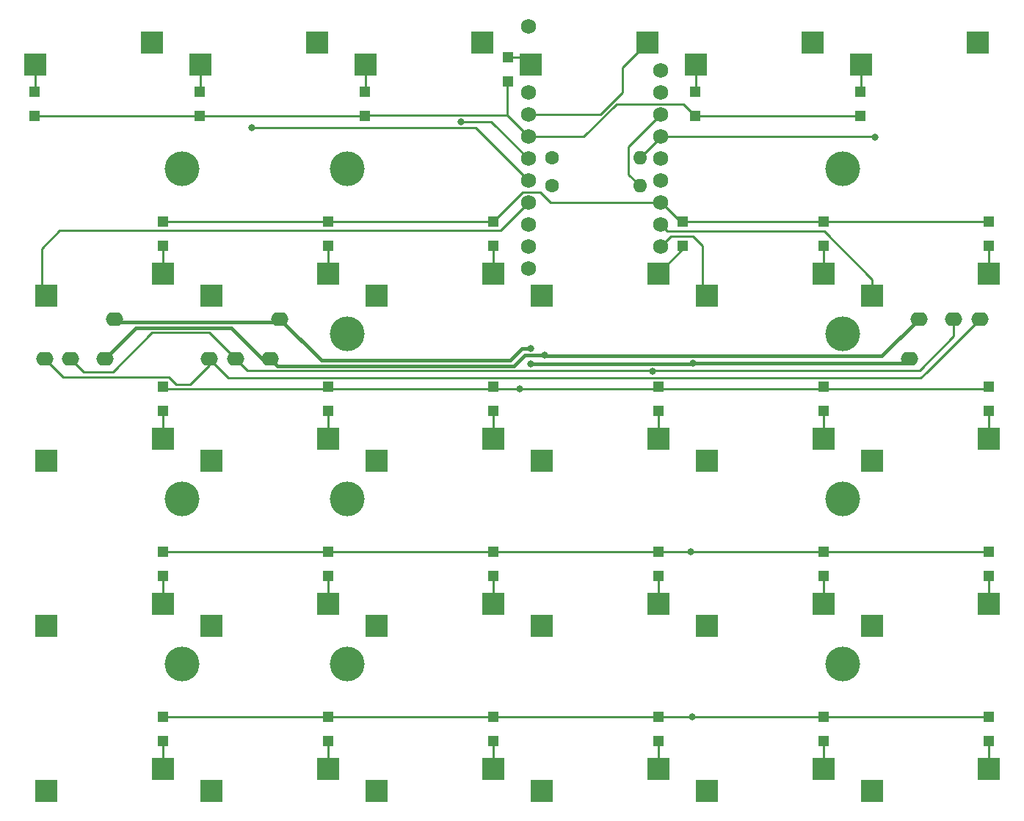
<source format=gbl>
%TF.GenerationSoftware,KiCad,Pcbnew,(5.1.10)-1*%
%TF.CreationDate,2022-04-05T14:22:13-05:00*%
%TF.ProjectId,graham cracker,67726168-616d-4206-9372-61636b65722e,rev?*%
%TF.SameCoordinates,Original*%
%TF.FileFunction,Copper,L2,Bot*%
%TF.FilePolarity,Positive*%
%FSLAX46Y46*%
G04 Gerber Fmt 4.6, Leading zero omitted, Abs format (unit mm)*
G04 Created by KiCad (PCBNEW (5.1.10)-1) date 2022-04-05 14:22:13*
%MOMM*%
%LPD*%
G01*
G04 APERTURE LIST*
%TA.AperFunction,SMDPad,CuDef*%
%ADD10R,1.200000X1.200000*%
%TD*%
%TA.AperFunction,SMDPad,CuDef*%
%ADD11R,2.550000X2.500000*%
%TD*%
%TA.AperFunction,ComponentPad*%
%ADD12O,2.000000X1.600000*%
%TD*%
%TA.AperFunction,ComponentPad*%
%ADD13C,4.000000*%
%TD*%
%TA.AperFunction,ComponentPad*%
%ADD14C,1.752600*%
%TD*%
%TA.AperFunction,ComponentPad*%
%ADD15O,1.600000X1.600000*%
%TD*%
%TA.AperFunction,ComponentPad*%
%ADD16C,1.600000*%
%TD*%
%TA.AperFunction,ViaPad*%
%ADD17C,0.800000*%
%TD*%
%TA.AperFunction,Conductor*%
%ADD18C,0.250000*%
%TD*%
%TA.AperFunction,Conductor*%
%ADD19C,0.400000*%
%TD*%
G04 APERTURE END LIST*
D10*
X145350000Y-55450000D03*
X145350000Y-52650000D03*
X164400000Y-55450000D03*
X164400000Y-52650000D03*
X179250000Y-124850000D03*
X179250000Y-127650000D03*
X160200000Y-124850000D03*
X160200000Y-127650000D03*
X141150000Y-124850000D03*
X141150000Y-127650000D03*
X122100000Y-124850000D03*
X122100000Y-127650000D03*
X103050000Y-124850000D03*
X103050000Y-127650000D03*
X84000000Y-124850000D03*
X84000000Y-127650000D03*
X179275000Y-105725000D03*
X179275000Y-108525000D03*
X160200000Y-105800000D03*
X160200000Y-108600000D03*
X141150000Y-105800000D03*
X141150000Y-108600000D03*
X122100000Y-105800000D03*
X122100000Y-108600000D03*
X103050000Y-105800000D03*
X103050000Y-108600000D03*
X84000000Y-105800000D03*
X84000000Y-108600000D03*
X179250000Y-86750000D03*
X179250000Y-89550000D03*
X160200000Y-86750000D03*
X160200000Y-89550000D03*
X141150000Y-86750000D03*
X141150000Y-89550000D03*
X122100000Y-86750000D03*
X122100000Y-89550000D03*
X103050000Y-86750000D03*
X103050000Y-89550000D03*
X84000000Y-86750000D03*
X84000000Y-89550000D03*
X179250000Y-67700000D03*
X179250000Y-70500000D03*
X160200000Y-67700000D03*
X160200000Y-70500000D03*
X143975000Y-67700000D03*
X143975000Y-70500000D03*
X122100000Y-67700000D03*
X122100000Y-70500000D03*
X103050000Y-67700000D03*
X103050000Y-70500000D03*
X84000000Y-67700000D03*
X84000000Y-70500000D03*
X123775000Y-51475000D03*
X123775000Y-48675000D03*
X107250000Y-55450000D03*
X107250000Y-52650000D03*
X88200000Y-55450000D03*
X88200000Y-52650000D03*
X69150000Y-55450000D03*
X69150000Y-52650000D03*
D11*
X84010000Y-73640000D03*
X70560000Y-76180000D03*
D12*
X92350000Y-83500000D03*
X89350000Y-83500000D03*
X96350000Y-83500000D03*
X97450000Y-78900000D03*
D13*
X86175000Y-61575000D03*
X86175000Y-118725000D03*
X105225000Y-61575000D03*
X86175000Y-99675000D03*
X162375000Y-118725000D03*
X162375000Y-99675000D03*
X105225000Y-118725000D03*
X105225000Y-99675000D03*
X162375000Y-61575000D03*
X105225000Y-80625000D03*
X162375000Y-80625000D03*
D12*
X73350000Y-83500000D03*
X70350000Y-83500000D03*
X77350000Y-83500000D03*
X78450000Y-78900000D03*
D11*
X145490000Y-49510000D03*
X158940000Y-46970000D03*
X177990000Y-46970000D03*
X164540000Y-49510000D03*
D14*
X141395000Y-50260000D03*
X141395000Y-52800000D03*
X141395000Y-55340000D03*
X141395000Y-57880000D03*
X141395000Y-60420000D03*
X141395000Y-62960000D03*
X141395000Y-65500000D03*
X141395000Y-68040000D03*
X141395000Y-70580000D03*
X126155000Y-73120000D03*
X126155000Y-70580000D03*
X126155000Y-68040000D03*
X126155000Y-65500000D03*
X126155000Y-62960000D03*
X126155000Y-60420000D03*
X126155000Y-57880000D03*
X126155000Y-55340000D03*
X126155000Y-52800000D03*
X126155000Y-45180000D03*
D15*
X139045000Y-60300000D03*
D16*
X128885000Y-60300000D03*
D15*
X139035000Y-63550000D03*
D16*
X128875000Y-63550000D03*
D12*
X175200000Y-78900000D03*
X178200000Y-78900000D03*
X171200000Y-78900000D03*
X170100000Y-83500000D03*
D11*
X179260000Y-111740000D03*
X165810000Y-114280000D03*
X84010000Y-111740000D03*
X70560000Y-114280000D03*
X179260000Y-130790000D03*
X165810000Y-133330000D03*
X160210000Y-130790000D03*
X146760000Y-133330000D03*
X141160000Y-130790000D03*
X127710000Y-133330000D03*
X122110000Y-130790000D03*
X108660000Y-133330000D03*
X103060000Y-130790000D03*
X89610000Y-133330000D03*
X84010000Y-130790000D03*
X70560000Y-133330000D03*
X160210000Y-111740000D03*
X146760000Y-114280000D03*
X141160000Y-111740000D03*
X127710000Y-114280000D03*
X122110000Y-111740000D03*
X108660000Y-114280000D03*
X103060000Y-111740000D03*
X89610000Y-114280000D03*
X179260000Y-92690000D03*
X165810000Y-95230000D03*
X160210000Y-92690000D03*
X146760000Y-95230000D03*
X141160000Y-92690000D03*
X127710000Y-95230000D03*
X122110000Y-92690000D03*
X108660000Y-95230000D03*
X103060000Y-92690000D03*
X89610000Y-95230000D03*
X84010000Y-92690000D03*
X70560000Y-95230000D03*
X165810000Y-76180000D03*
X179260000Y-73640000D03*
X160210000Y-73640000D03*
X146760000Y-76180000D03*
X141160000Y-73640000D03*
X127710000Y-76180000D03*
X122110000Y-73640000D03*
X108660000Y-76180000D03*
X103060000Y-73640000D03*
X89610000Y-76180000D03*
X126440000Y-49510000D03*
X139890000Y-46970000D03*
X107390000Y-49510000D03*
X120840000Y-46970000D03*
X88340000Y-49510000D03*
X101790000Y-46970000D03*
X69290000Y-49510000D03*
X82740000Y-46970000D03*
D17*
X125149989Y-86950011D03*
X144899997Y-105799997D03*
X145000000Y-124800000D03*
X82200000Y-47100000D03*
X70000000Y-76000000D03*
X70000000Y-95050000D03*
X70000000Y-114100000D03*
X70000000Y-133150000D03*
X89050000Y-76000000D03*
X89050000Y-95050000D03*
X89050000Y-114100000D03*
X89050000Y-133150000D03*
X94245500Y-56845498D03*
X101089516Y-47260484D03*
X108100000Y-76000000D03*
X108100000Y-95050000D03*
X108100000Y-114100000D03*
X120300000Y-47100000D03*
X108100000Y-133150000D03*
X118342285Y-56124979D03*
X127150000Y-76000000D03*
X127150000Y-95050000D03*
X127150000Y-114100000D03*
X127150000Y-133150000D03*
X146200000Y-76000000D03*
X146200000Y-95050000D03*
X158400000Y-47100000D03*
X146200000Y-133150000D03*
X146800010Y-114074998D03*
X165250000Y-76000000D03*
X165250000Y-95050000D03*
X165250000Y-114100000D03*
X177450000Y-47100000D03*
X165250000Y-133150000D03*
X140500000Y-84924989D03*
X127999996Y-83100000D03*
X166100010Y-57900000D03*
X126374990Y-84124979D03*
X126400014Y-82299990D03*
X145118785Y-84000010D03*
D18*
X164400000Y-55450000D02*
X145350000Y-55450000D01*
X69150000Y-55450000D02*
X107250000Y-55450000D01*
X123674977Y-55399977D02*
X126155000Y-57880000D01*
X107300023Y-55399977D02*
X123674977Y-55399977D01*
X107250000Y-55450000D02*
X107300023Y-55399977D01*
X123674977Y-51575023D02*
X123775000Y-51475000D01*
X123674977Y-55399977D02*
X123674977Y-51575023D01*
X144000000Y-54100000D02*
X145350000Y-55450000D01*
X136300000Y-54100000D02*
X144000000Y-54100000D01*
X132520000Y-57880000D02*
X136300000Y-54100000D01*
X126155000Y-57880000D02*
X132520000Y-57880000D01*
X69290000Y-52510000D02*
X69150000Y-52650000D01*
X69290000Y-49510000D02*
X69290000Y-52510000D01*
X88340000Y-52510000D02*
X88200000Y-52650000D01*
X88340000Y-49510000D02*
X88340000Y-52510000D01*
X107390000Y-52510000D02*
X107250000Y-52650000D01*
X107390000Y-49510000D02*
X107390000Y-52510000D01*
X125605000Y-48675000D02*
X126440000Y-49510000D01*
X123775000Y-48675000D02*
X125605000Y-48675000D01*
X145490000Y-52510000D02*
X145350000Y-52650000D01*
X145490000Y-49510000D02*
X145490000Y-52510000D01*
X164540000Y-52510000D02*
X164400000Y-52650000D01*
X164540000Y-49510000D02*
X164540000Y-52510000D01*
X143975000Y-67700000D02*
X160200000Y-67700000D01*
X160200000Y-67700000D02*
X179250000Y-67700000D01*
X105330609Y-67700000D02*
X122100000Y-67700000D01*
X84000000Y-67700000D02*
X105330609Y-67700000D01*
X141500000Y-65500000D02*
X141395000Y-65500000D01*
X143700000Y-67700000D02*
X141500000Y-65500000D01*
X143975000Y-67700000D02*
X143700000Y-67700000D01*
X125500000Y-64300000D02*
X122100000Y-67700000D01*
X125578375Y-64298699D02*
X125577074Y-64300000D01*
X126731625Y-64298699D02*
X125578375Y-64298699D01*
X126732926Y-64300000D02*
X126731625Y-64298699D01*
X127500000Y-64300000D02*
X126732926Y-64300000D01*
X128700000Y-65500000D02*
X127500000Y-64300000D01*
X125577074Y-64300000D02*
X125500000Y-64300000D01*
X141395000Y-65500000D02*
X128700000Y-65500000D01*
X84010000Y-70510000D02*
X84000000Y-70500000D01*
X84010000Y-73640000D02*
X84010000Y-70510000D01*
X103060000Y-70510000D02*
X103050000Y-70500000D01*
X103060000Y-73640000D02*
X103060000Y-70510000D01*
X122110000Y-70510000D02*
X122100000Y-70500000D01*
X122110000Y-73640000D02*
X122110000Y-70510000D01*
X141160000Y-73640000D02*
X141160000Y-73315000D01*
X143975000Y-70825000D02*
X141160000Y-73640000D01*
X143975000Y-70500000D02*
X143975000Y-70825000D01*
X160200000Y-73630000D02*
X160210000Y-73640000D01*
X160200000Y-70500000D02*
X160200000Y-73630000D01*
X179250000Y-73630000D02*
X179260000Y-73640000D01*
X179250000Y-70500000D02*
X179250000Y-73630000D01*
X179250000Y-86750000D02*
X179049989Y-86950011D01*
X103050000Y-86850022D02*
X103149989Y-86950011D01*
X103050000Y-86750000D02*
X103050000Y-86850022D01*
X84249978Y-86750000D02*
X84449989Y-86950011D01*
X84000000Y-86750000D02*
X84249978Y-86750000D01*
X103149989Y-86950011D02*
X84449989Y-86950011D01*
X122100000Y-86750000D02*
X122100000Y-86900000D01*
X122100000Y-86900000D02*
X122049989Y-86950011D01*
X122049989Y-86950011D02*
X103149989Y-86950011D01*
X141150000Y-86850000D02*
X141250011Y-86950011D01*
X141150000Y-86750000D02*
X141150000Y-86850000D01*
X141250011Y-86950011D02*
X125149989Y-86950011D01*
X160200000Y-86800022D02*
X160349989Y-86950011D01*
X160200000Y-86750000D02*
X160200000Y-86800022D01*
X160349989Y-86950011D02*
X141250011Y-86950011D01*
X179049989Y-86950011D02*
X160349989Y-86950011D01*
X125149989Y-86950011D02*
X122049989Y-86950011D01*
X84000000Y-92680000D02*
X84010000Y-92690000D01*
X84000000Y-89550000D02*
X84000000Y-92680000D01*
X103050000Y-92680000D02*
X103060000Y-92690000D01*
X103050000Y-89550000D02*
X103050000Y-92680000D01*
X122100000Y-92680000D02*
X122110000Y-92690000D01*
X122100000Y-89550000D02*
X122100000Y-92680000D01*
X141150000Y-92680000D02*
X141160000Y-92690000D01*
X141150000Y-89550000D02*
X141150000Y-92680000D01*
X160200000Y-92680000D02*
X160210000Y-92690000D01*
X160200000Y-89550000D02*
X160200000Y-92680000D01*
X179250000Y-92680000D02*
X179260000Y-92690000D01*
X179250000Y-89550000D02*
X179250000Y-92680000D01*
X144899994Y-105800000D02*
X144899997Y-105799997D01*
X84000000Y-105800000D02*
X90100000Y-105800000D01*
X179275000Y-105725000D02*
X144974994Y-105725000D01*
X144974994Y-105725000D02*
X144899997Y-105799997D01*
X90100000Y-105800000D02*
X144899994Y-105800000D01*
X84000000Y-111730000D02*
X84010000Y-111740000D01*
X84000000Y-108600000D02*
X84000000Y-111730000D01*
X103050000Y-111730000D02*
X103060000Y-111740000D01*
X103050000Y-108600000D02*
X103050000Y-111730000D01*
X122100000Y-111730000D02*
X122110000Y-111740000D01*
X122100000Y-108600000D02*
X122100000Y-111730000D01*
X141150000Y-111730000D02*
X141160000Y-111740000D01*
X141150000Y-108600000D02*
X141150000Y-111730000D01*
X160200000Y-111730000D02*
X160210000Y-111740000D01*
X160200000Y-108600000D02*
X160200000Y-111730000D01*
X179275000Y-111725000D02*
X179260000Y-111740000D01*
X179275000Y-108525000D02*
X179275000Y-111725000D01*
X179250000Y-124850000D02*
X89850000Y-124850000D01*
X89850000Y-124850000D02*
X84000000Y-124850000D01*
X84000000Y-130780000D02*
X84010000Y-130790000D01*
X84000000Y-127650000D02*
X84000000Y-130780000D01*
X103050000Y-130780000D02*
X103060000Y-130790000D01*
X103050000Y-127650000D02*
X103050000Y-130780000D01*
X122100000Y-130780000D02*
X122110000Y-130790000D01*
X122100000Y-127650000D02*
X122100000Y-130780000D01*
X141150000Y-130780000D02*
X141160000Y-130790000D01*
X141150000Y-127650000D02*
X141150000Y-130780000D01*
X160200000Y-130780000D02*
X160210000Y-130790000D01*
X160200000Y-127650000D02*
X160200000Y-130780000D01*
X179250000Y-130780000D02*
X179260000Y-130790000D01*
X179250000Y-127650000D02*
X179250000Y-130780000D01*
X70560000Y-76180000D02*
X70394999Y-76014999D01*
X70394999Y-114445001D02*
X70560000Y-114280000D01*
X70560000Y-133330000D02*
X70394999Y-133164999D01*
X70394999Y-95395001D02*
X70560000Y-95230000D01*
X70560000Y-114280000D02*
X70394999Y-114114999D01*
X70000000Y-70800000D02*
X70000000Y-76000000D01*
X72100000Y-68700000D02*
X70000000Y-70800000D01*
X122955000Y-68700000D02*
X72100000Y-68700000D01*
X126155000Y-65500000D02*
X122955000Y-68700000D01*
X89444999Y-95395001D02*
X89610000Y-95230000D01*
X89610000Y-133330000D02*
X89444999Y-133164999D01*
X126155000Y-62960000D02*
X120044989Y-56849989D01*
X120044989Y-56849989D02*
X94249991Y-56849989D01*
X94249991Y-56849989D02*
X94245500Y-56845498D01*
X126155000Y-60420000D02*
X121859979Y-56124979D01*
X121859979Y-56124979D02*
X118342285Y-56124979D01*
X137000000Y-52763590D02*
X137000000Y-49860000D01*
X134423590Y-55340000D02*
X137000000Y-52763590D01*
X137000000Y-49860000D02*
X139890000Y-46970000D01*
X126155000Y-55340000D02*
X134423590Y-55340000D01*
X146200000Y-70500000D02*
X146200000Y-76000000D01*
X145100000Y-69400000D02*
X146200000Y-70500000D01*
X142575000Y-69400000D02*
X145100000Y-69400000D01*
X141395000Y-70580000D02*
X142575000Y-69400000D01*
X165810000Y-74324998D02*
X165810000Y-76180000D01*
X142139909Y-68784909D02*
X160269911Y-68784909D01*
X141395000Y-68040000D02*
X142139909Y-68784909D01*
X160269911Y-68784909D02*
X165810000Y-74324998D01*
X137700000Y-59035000D02*
X141395000Y-55340000D01*
X137700000Y-62215000D02*
X137700000Y-59035000D01*
X139035000Y-63550000D02*
X137700000Y-62215000D01*
X175200000Y-80900000D02*
X175200000Y-78900000D01*
X171250011Y-84849989D02*
X175200000Y-80900000D01*
X93699989Y-84849989D02*
X171250011Y-84849989D01*
X92350000Y-83500000D02*
X93699989Y-84849989D01*
X74850000Y-85000000D02*
X73350000Y-83500000D01*
X78200000Y-85000000D02*
X74850000Y-85000000D01*
X82725001Y-80474999D02*
X78200000Y-85000000D01*
X89324999Y-80474999D02*
X82725001Y-80474999D01*
X92350000Y-83500000D02*
X89324999Y-80474999D01*
X128875000Y-60310000D02*
X128885000Y-60300000D01*
D19*
X97174979Y-84324979D02*
X124475021Y-84324979D01*
X124475021Y-84324979D02*
X125700000Y-83100000D01*
X125700000Y-83100000D02*
X127999996Y-83100000D01*
X96350000Y-83500000D02*
X97174979Y-84324979D01*
X166900000Y-83200000D02*
X128099996Y-83200000D01*
X171200000Y-78900000D02*
X166900000Y-83200000D01*
X128099996Y-83200000D02*
X127999996Y-83100000D01*
X91849988Y-79949988D02*
X80900012Y-79949988D01*
X80900012Y-79949988D02*
X77350000Y-83500000D01*
X95400000Y-83500000D02*
X91849988Y-79949988D01*
X96350000Y-83500000D02*
X95400000Y-83500000D01*
D18*
X141395000Y-57950000D02*
X141395000Y-57880000D01*
X139045000Y-60300000D02*
X141395000Y-57950000D01*
X141395000Y-57880000D02*
X166080010Y-57880000D01*
X166080010Y-57880000D02*
X166100010Y-57900000D01*
X72450000Y-85600000D02*
X70350000Y-83500000D01*
X85535002Y-86500000D02*
X84635002Y-85600000D01*
X87100000Y-86500000D02*
X85535002Y-86500000D01*
X84635002Y-85600000D02*
X72450000Y-85600000D01*
X89350000Y-84250000D02*
X87100000Y-86500000D01*
X89350000Y-83500000D02*
X89350000Y-84250000D01*
X172100000Y-85000000D02*
X178200000Y-78900000D01*
X171400000Y-85700000D02*
X172100000Y-85000000D01*
X91550000Y-85700000D02*
X171400000Y-85700000D01*
X89350000Y-83500000D02*
X91550000Y-85700000D01*
X170100000Y-83500000D02*
X169750011Y-83849989D01*
D19*
X125425011Y-82299990D02*
X126400014Y-82299990D01*
X124025001Y-83700000D02*
X125425011Y-82299990D01*
X102250000Y-83700000D02*
X124025001Y-83700000D01*
X97450000Y-78900000D02*
X102250000Y-83700000D01*
D18*
X145124273Y-83849989D02*
X145118785Y-83855477D01*
D19*
X126374990Y-84124979D02*
X144993816Y-84124979D01*
X144993816Y-84124979D02*
X145118785Y-84000010D01*
D18*
X145118785Y-83855477D02*
X145118785Y-84000010D01*
D19*
X78850000Y-79300000D02*
X78450000Y-78900000D01*
X97050000Y-79300000D02*
X78850000Y-79300000D01*
X97450000Y-78900000D02*
X97050000Y-79300000D01*
X169599990Y-84000010D02*
X145118785Y-84000010D01*
X170100000Y-83500000D02*
X169599990Y-84000010D01*
M02*

</source>
